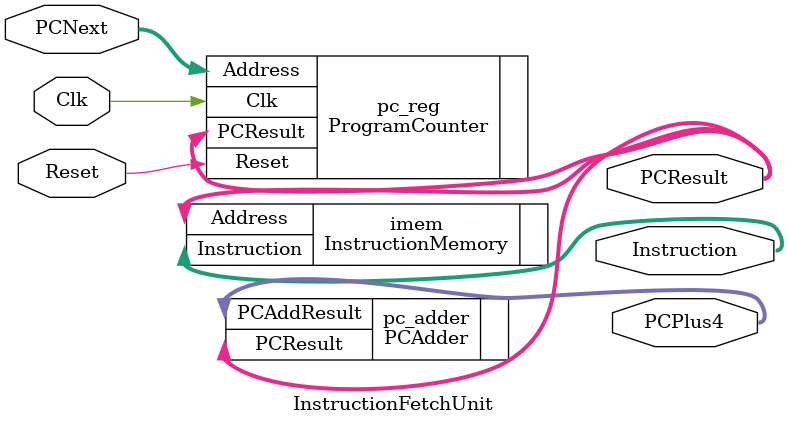
<source format=v>
`timescale 1ns / 1ps



module  InstructionFetchUnit(
  output [31:0] Instruction,   // fetched instruction
  output [31:0] PCResult,      // current PC
  output [31:0] PCPlus4,       // convenient PC+4 for IF/ID
  input  [31:0] PCNext,        // <- next PC chosen at top (branch/jump/seq)
  input         Reset,
  input         Clk
);
  // PC register loads PCNext each cycle
  ProgramCounter pc_reg(
    .Address(PCNext),
    .PCResult(PCResult),
    .Reset(Reset),
    .Clk(Clk)
  );

  // PC + 4 for sequential path
  PCAdder pc_adder(
    .PCResult(PCResult),
    .PCAddResult(PCPlus4)
  );

  // Instruction memory addressed by current PC
  InstructionMemory imem(
    .Address(PCResult),
    .Instruction(Instruction)
  );
endmodule

</source>
